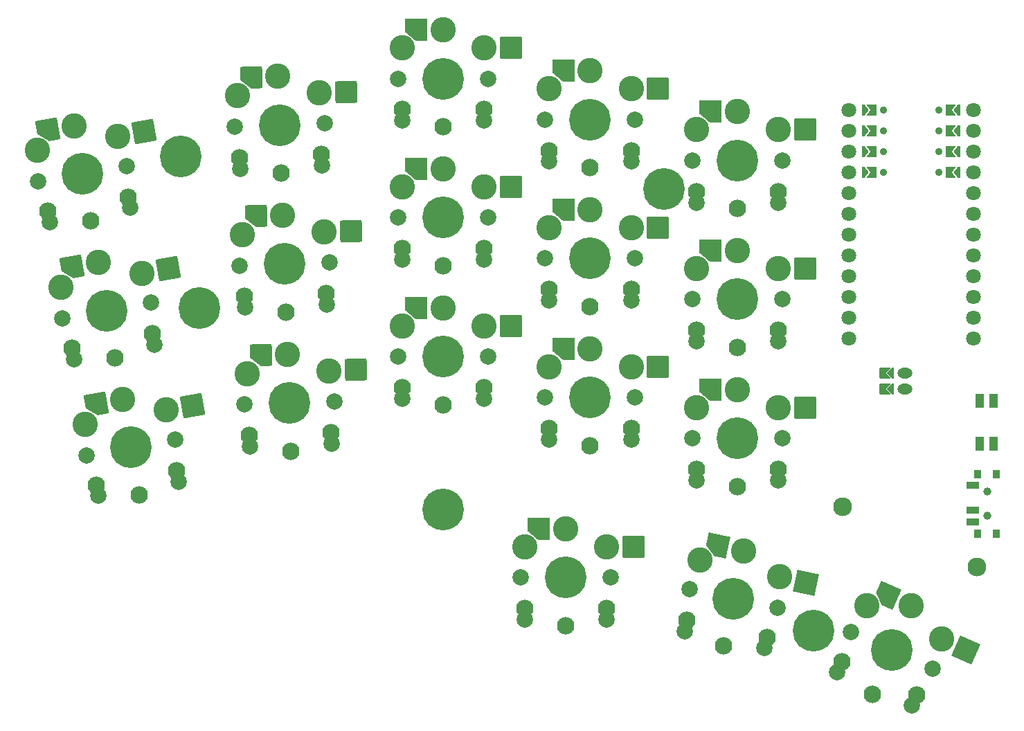
<source format=gbr>
%TF.GenerationSoftware,KiCad,Pcbnew,8.0.1*%
%TF.CreationDate,2024-04-29T16:42:10+03:00*%
%TF.ProjectId,ready_splayer_pcb,72656164-795f-4737-906c-617965725f70,v1.0.0*%
%TF.SameCoordinates,Original*%
%TF.FileFunction,Soldermask,Bot*%
%TF.FilePolarity,Negative*%
%FSLAX46Y46*%
G04 Gerber Fmt 4.6, Leading zero omitted, Abs format (unit mm)*
G04 Created by KiCad (PCBNEW 8.0.1) date 2024-04-29 16:42:10*
%MOMM*%
%LPD*%
G01*
G04 APERTURE LIST*
G04 Aperture macros list*
%AMRoundRect*
0 Rectangle with rounded corners*
0 $1 Rounding radius*
0 $2 $3 $4 $5 $6 $7 $8 $9 X,Y pos of 4 corners*
0 Add a 4 corners polygon primitive as box body*
4,1,4,$2,$3,$4,$5,$6,$7,$8,$9,$2,$3,0*
0 Add four circle primitives for the rounded corners*
1,1,$1+$1,$2,$3*
1,1,$1+$1,$4,$5*
1,1,$1+$1,$6,$7*
1,1,$1+$1,$8,$9*
0 Add four rect primitives between the rounded corners*
20,1,$1+$1,$2,$3,$4,$5,0*
20,1,$1+$1,$4,$5,$6,$7,0*
20,1,$1+$1,$6,$7,$8,$9,0*
20,1,$1+$1,$8,$9,$2,$3,0*%
%AMFreePoly0*
4,1,16,0.535355,0.660355,0.550000,0.625000,0.550000,-0.625000,0.535355,-0.660355,0.500000,-0.675000,-0.650000,-0.675000,-0.685355,-0.660355,-0.700000,-0.625000,-0.689043,-0.593765,-0.214031,0.000000,-0.689043,0.593765,-0.699694,0.630522,-0.681235,0.664043,-0.650000,0.675000,0.500000,0.675000,0.535355,0.660355,0.535355,0.660355,$1*%
%AMFreePoly1*
4,1,16,-0.214645,0.660355,-0.210957,0.656235,0.289043,0.031235,0.299694,-0.005522,0.289043,-0.031235,-0.210957,-0.656235,-0.244478,-0.674694,-0.250000,-0.675000,-0.500000,-0.675000,-0.535355,-0.660355,-0.550000,-0.625000,-0.550000,0.625000,-0.535355,0.660355,-0.500000,0.675000,-0.250000,0.675000,-0.214645,0.660355,-0.214645,0.660355,$1*%
%AMFreePoly2*
4,1,16,0.635355,0.285355,0.650000,0.250000,0.650000,-1.000000,0.635355,-1.035355,0.600000,-1.050000,0.564645,-1.035355,0.000000,-0.470710,-0.564645,-1.035355,-0.600000,-1.050000,-0.635355,-1.035355,-0.650000,-1.000000,-0.650000,0.250000,-0.635355,0.285355,-0.600000,0.300000,0.600000,0.300000,0.635355,0.285355,0.635355,0.285355,$1*%
%AMFreePoly3*
4,1,14,0.035355,0.435355,0.635355,-0.164645,0.650000,-0.200000,0.650000,-0.400000,0.635355,-0.435355,0.600000,-0.450000,-0.600000,-0.450000,-0.635355,-0.435355,-0.650000,-0.400000,-0.650000,-0.200000,-0.635355,-0.164645,-0.035355,0.435355,0.000000,0.450000,0.035355,0.435355,0.035355,0.435355,$1*%
%AMFreePoly4*
4,1,15,1.335355,1.335355,1.350000,1.300000,1.350000,-1.300000,1.335355,-1.335355,1.300000,-1.350000,-0.050000,-1.350000,-0.082160,-1.338285,-1.332160,-0.288285,-1.349812,-0.254331,-1.350000,-0.250000,-1.350000,1.300000,-1.335355,1.335355,-1.300000,1.350000,1.300000,1.350000,1.335355,1.335355,1.335355,1.335355,$1*%
G04 Aperture macros list end*
%ADD10C,5.100000*%
%ADD11RoundRect,0.050000X-0.400000X0.500000X-0.400000X-0.500000X0.400000X-0.500000X0.400000X0.500000X0*%
%ADD12C,1.000000*%
%ADD13RoundRect,0.050000X-0.750000X0.350000X-0.750000X-0.350000X0.750000X-0.350000X0.750000X0.350000X0*%
%ADD14RoundRect,0.050000X0.500000X-0.775000X0.500000X0.775000X-0.500000X0.775000X-0.500000X-0.775000X0*%
%ADD15FreePoly0,0.000000*%
%ADD16C,0.900000*%
%ADD17FreePoly1,180.000000*%
%ADD18C,1.800000*%
%ADD19FreePoly1,0.000000*%
%ADD20FreePoly0,180.000000*%
%ADD21C,2.300000*%
%ADD22FreePoly2,90.000000*%
%ADD23O,1.850000X1.300000*%
%ADD24FreePoly3,90.000000*%
%ADD25C,2.000000*%
%ADD26C,3.100000*%
%ADD27C,2.132000*%
%ADD28FreePoly4,0.000000*%
%ADD29RoundRect,0.050000X-1.300000X-1.300000X1.300000X-1.300000X1.300000X1.300000X-1.300000X1.300000X0*%
%ADD30FreePoly4,336.000000*%
%ADD31RoundRect,0.050000X-1.716367X-0.658851X0.658851X-1.716367X1.716367X0.658851X-0.658851X1.716367X0*%
%ADD32FreePoly4,2.000000*%
%ADD33RoundRect,0.050000X-1.253839X-1.344577X1.344577X-1.253839X1.253839X1.344577X-1.344577X1.253839X0*%
%ADD34FreePoly4,10.000000*%
%ADD35RoundRect,0.050000X-1.054507X-1.505993X1.505993X-1.054507X1.054507X1.505993X-1.505993X1.054507X0*%
%ADD36FreePoly4,348.000000*%
%ADD37RoundRect,0.050000X-1.541877X-1.001307X1.001307X-1.541877X1.541877X1.001307X-1.001307X1.541877X0*%
G04 APERTURE END LIST*
D10*
%TO.C,MH3*%
X98452044Y-68716895D03*
%TD*%
%TO.C,MH4*%
X157553454Y-72707559D03*
%TD*%
D11*
%TO.C,PWR1*%
X195968451Y-107557560D03*
X195968451Y-114857560D03*
D12*
X197078452Y-109707560D03*
X197078452Y-112707560D03*
D11*
X198178452Y-107557561D03*
X198178452Y-114857559D03*
D13*
X195318452Y-108957560D03*
X195318452Y-111957560D03*
X195318454Y-113457560D03*
%TD*%
D10*
%TO.C,MH5*%
X100724305Y-87304712D03*
%TD*%
D14*
%TO.C,RST1*%
X197903453Y-98582561D03*
X196203454Y-98582559D03*
X197903454Y-103832561D03*
X196203455Y-103832559D03*
%TD*%
D10*
%TO.C,MH7*%
X175821660Y-126700141D03*
%TD*%
D15*
%TO.C,MCU1*%
X183028454Y-63016561D03*
D16*
X191203454Y-63016562D03*
D17*
X193303454Y-63016563D03*
D18*
X195423454Y-63016562D03*
D15*
X183028454Y-65556562D03*
D16*
X191203454Y-65556562D03*
D17*
X193303454Y-65556563D03*
D18*
X195423454Y-65556562D03*
D15*
X183028454Y-68096561D03*
D16*
X191203454Y-68096564D03*
D17*
X193303454Y-68096562D03*
D18*
X195423454Y-68096562D03*
D15*
X183028455Y-70636563D03*
D16*
X191203454Y-70636562D03*
D17*
X193303454Y-70636561D03*
D18*
X195423454Y-70636562D03*
X195423452Y-73176562D03*
X195423454Y-75716562D03*
X195423453Y-78256562D03*
X195423454Y-80796562D03*
X195423454Y-83336562D03*
X195423454Y-85876562D03*
X195423453Y-88416561D03*
X195423454Y-90956562D03*
X180183452Y-90956562D03*
X180183454Y-88416562D03*
X180183454Y-85876562D03*
X180183454Y-83336562D03*
X180183454Y-80796562D03*
X180183456Y-78256562D03*
X180183454Y-75716562D03*
X180183455Y-73176562D03*
X180183454Y-70636562D03*
D19*
X182303454Y-70636562D03*
D18*
X180183454Y-68096562D03*
D19*
X182303454Y-68096562D03*
D18*
X180183454Y-65556562D03*
D19*
X182303454Y-65556562D03*
D18*
X180183455Y-63016563D03*
D19*
X182303454Y-63016563D03*
D16*
X184403454Y-70636562D03*
D20*
X192578454Y-70636562D03*
D16*
X184403454Y-68096562D03*
D20*
X192578454Y-68096562D03*
D16*
X184403454Y-65556563D03*
D20*
X192578454Y-65556562D03*
D16*
X184403454Y-63016562D03*
D20*
X192578454Y-63016561D03*
%TD*%
D10*
%TO.C,MH6*%
X130553452Y-111907559D03*
%TD*%
D21*
%TO.C,MH1*%
X195885936Y-118903190D03*
%TD*%
D22*
%TO.C,JST1*%
X184237455Y-97207557D03*
X184237455Y-95207557D03*
D23*
X187053455Y-95207557D03*
X187053455Y-97207557D03*
D24*
X185253455Y-95207558D03*
X185253454Y-97207556D03*
%TD*%
D21*
%TO.C,MH2*%
X179442118Y-111581927D03*
%TD*%
D25*
%TO.C,S10*%
X143053456Y-98207560D03*
D26*
X143553456Y-94457560D03*
D25*
X143553456Y-103357560D03*
D26*
X148553456Y-92257560D03*
D10*
X148553456Y-98207560D03*
D26*
X153553456Y-94457560D03*
D25*
X153553456Y-103357560D03*
X154053456Y-98207560D03*
D27*
X143553454Y-102007559D03*
D28*
X145278456Y-92257560D03*
D27*
X153553457Y-102007559D03*
X148553456Y-104107560D03*
D29*
X156828456Y-94457560D03*
%TD*%
D25*
%TO.C,S14*%
X161053454Y-86207561D03*
D26*
X161553454Y-82457561D03*
D25*
X161553454Y-91357561D03*
D26*
X166553454Y-80257561D03*
D10*
X166553454Y-86207561D03*
D26*
X171553454Y-82457561D03*
D25*
X171553454Y-91357561D03*
X172053454Y-86207561D03*
D27*
X161553452Y-90007560D03*
D28*
X163278454Y-80257561D03*
D27*
X171553455Y-90007560D03*
X166553454Y-92107561D03*
D29*
X174828454Y-82457561D03*
%TD*%
D25*
%TO.C,S18*%
X180396673Y-126893976D03*
D26*
X182378707Y-123671549D03*
D25*
X178758752Y-131802104D03*
D26*
X187841256Y-123695433D03*
D10*
X185421173Y-129131028D03*
D25*
X187894207Y-135869470D03*
D26*
X191514164Y-127738916D03*
D25*
X190445673Y-131368080D03*
D27*
X179307846Y-130568818D03*
D30*
X184849395Y-122363370D03*
D27*
X188443303Y-134636184D03*
X183021427Y-134520946D03*
D31*
X194506024Y-129070978D03*
%TD*%
D25*
%TO.C,S8*%
X125053455Y-76207560D03*
D26*
X125553455Y-72457560D03*
D25*
X125553455Y-81357560D03*
D26*
X130553455Y-70257560D03*
D10*
X130553455Y-76207560D03*
D26*
X135553455Y-72457560D03*
D25*
X135553455Y-81357560D03*
X136053455Y-76207560D03*
D27*
X125553453Y-80007559D03*
D28*
X127278455Y-70257560D03*
D27*
X135553456Y-80007559D03*
X130553455Y-82107560D03*
D29*
X138828455Y-72457560D03*
%TD*%
D25*
%TO.C,S5*%
X105649584Y-82069906D03*
X106329012Y-87199320D03*
D26*
X106018408Y-78304740D03*
D10*
X111146234Y-81877960D03*
D26*
X110938583Y-75931585D03*
X116012314Y-77955747D03*
D25*
X116322921Y-86850325D03*
X116642884Y-81686014D03*
D27*
X106281898Y-85850143D03*
D32*
X107665577Y-76045880D03*
D27*
X116275805Y-85501148D03*
X111352141Y-87774366D03*
D33*
X119285320Y-77841451D03*
%TD*%
D25*
%TO.C,S13*%
X161053454Y-103207560D03*
D26*
X161553454Y-99457560D03*
D25*
X161553454Y-108357560D03*
D26*
X166553454Y-97257560D03*
D10*
X166553454Y-103207560D03*
D26*
X171553454Y-99457560D03*
D25*
X171553454Y-108357560D03*
X172053454Y-103207560D03*
D27*
X161553452Y-107007559D03*
D28*
X163278454Y-97257560D03*
D27*
X171553455Y-107007559D03*
X166553454Y-109107560D03*
D29*
X174828454Y-99457560D03*
%TD*%
D25*
%TO.C,S6*%
X105056292Y-65080262D03*
X105735720Y-70209676D03*
D26*
X105425116Y-61315096D03*
D10*
X110552942Y-64888316D03*
D26*
X110345291Y-58941941D03*
X115419022Y-60966103D03*
D25*
X115729629Y-69860681D03*
X116049592Y-64696370D03*
D27*
X105688606Y-68860499D03*
D32*
X107072285Y-59056236D03*
D27*
X115682513Y-68511504D03*
X110758849Y-70784722D03*
D33*
X118692028Y-60851807D03*
%TD*%
D25*
%TO.C,S7*%
X125053454Y-93207561D03*
D26*
X125553454Y-89457561D03*
D25*
X125553454Y-98357561D03*
D26*
X130553454Y-87257561D03*
D10*
X130553454Y-93207561D03*
D26*
X135553454Y-89457561D03*
D25*
X135553454Y-98357561D03*
X136053454Y-93207561D03*
D27*
X125553452Y-97007560D03*
D28*
X127278454Y-87257561D03*
D27*
X135553455Y-97007560D03*
X130553454Y-99107561D03*
D29*
X138828454Y-89457561D03*
%TD*%
D25*
%TO.C,S1*%
X86974224Y-105265249D03*
X88360916Y-110250185D03*
D26*
X86815449Y-101485396D03*
X91357459Y-98450576D03*
D10*
X92390667Y-104310184D03*
D26*
X96663522Y-99748915D03*
D25*
X98208994Y-108513703D03*
X97807110Y-103355119D03*
D27*
X88126491Y-108920694D03*
D34*
X88132215Y-99019276D03*
D27*
X97974569Y-107184213D03*
X93415191Y-110120550D03*
D35*
X99888770Y-99180216D03*
%TD*%
D25*
%TO.C,S17*%
X160692261Y-121644076D03*
D26*
X161961004Y-118079978D03*
D25*
X160110591Y-126785492D03*
D26*
X167309147Y-116967612D03*
D10*
X166072073Y-122787590D03*
D26*
X171742480Y-120159095D03*
D25*
X169892066Y-128864609D03*
X171451885Y-123931104D03*
D27*
X160391271Y-125464991D03*
D36*
X164105714Y-116286701D03*
D27*
X170172747Y-127544108D03*
X164845394Y-128558661D03*
D37*
X174945913Y-120840006D03*
%TD*%
D25*
%TO.C,S2*%
X84022206Y-88523516D03*
X85408898Y-93508452D03*
D26*
X83863431Y-84743663D03*
X88405441Y-81708843D03*
D10*
X89438649Y-87568451D03*
D26*
X93711504Y-83007182D03*
D25*
X95256976Y-91771970D03*
X94855092Y-86613386D03*
D27*
X85174473Y-92178961D03*
D34*
X85180197Y-82277543D03*
D27*
X95022551Y-90442480D03*
X90463173Y-93378817D03*
D35*
X96936752Y-82438483D03*
%TD*%
D25*
%TO.C,S12*%
X143053452Y-64207558D03*
D26*
X143553452Y-60457558D03*
D25*
X143553452Y-69357558D03*
D26*
X148553452Y-58257558D03*
D10*
X148553452Y-64207558D03*
D26*
X153553452Y-60457558D03*
D25*
X153553452Y-69357558D03*
X154053452Y-64207558D03*
D27*
X143553450Y-68007557D03*
D28*
X145278452Y-58257558D03*
D27*
X153553453Y-68007557D03*
X148553452Y-70107558D03*
D29*
X156828452Y-60457558D03*
%TD*%
D25*
%TO.C,S4*%
X106242878Y-99059552D03*
X106922306Y-104188966D03*
D26*
X106611702Y-95294386D03*
D10*
X111739528Y-98867606D03*
D26*
X111531877Y-92921231D03*
X116605608Y-94945393D03*
D25*
X116916215Y-103839971D03*
X117236178Y-98675660D03*
D27*
X106875192Y-102839789D03*
D32*
X108258871Y-93035526D03*
D27*
X116869099Y-102490794D03*
X111945435Y-104764012D03*
D33*
X119878614Y-94831097D03*
%TD*%
D25*
%TO.C,S16*%
X140053451Y-120207560D03*
D26*
X140553451Y-116457560D03*
D25*
X140553451Y-125357560D03*
D26*
X145553451Y-114257560D03*
D10*
X145553451Y-120207560D03*
D26*
X150553451Y-116457560D03*
D25*
X150553451Y-125357560D03*
X151053451Y-120207560D03*
D27*
X140553449Y-124007559D03*
D28*
X142278451Y-114257560D03*
D27*
X150553452Y-124007559D03*
X145553451Y-126107560D03*
D29*
X153828451Y-116457560D03*
%TD*%
D25*
%TO.C,S9*%
X125053456Y-59207558D03*
D26*
X125553456Y-55457558D03*
D25*
X125553456Y-64357558D03*
D26*
X130553456Y-53257558D03*
D10*
X130553456Y-59207558D03*
D26*
X135553456Y-55457558D03*
D25*
X135553456Y-64357558D03*
X136053456Y-59207558D03*
D27*
X125553454Y-63007557D03*
D28*
X127278456Y-53257558D03*
D27*
X135553457Y-63007557D03*
X130553456Y-65107558D03*
D29*
X138828456Y-55457558D03*
%TD*%
D25*
%TO.C,S3*%
X81070185Y-71781787D03*
X82456877Y-76766723D03*
D26*
X80911410Y-68001934D03*
X85453420Y-64967114D03*
D10*
X86486628Y-70826722D03*
D26*
X90759483Y-66265453D03*
D25*
X92304955Y-75030241D03*
X91903071Y-69871657D03*
D27*
X82222452Y-75437232D03*
D34*
X82228176Y-65535814D03*
D27*
X92070530Y-73700751D03*
X87511152Y-76637088D03*
D35*
X93984731Y-65696754D03*
%TD*%
D25*
%TO.C,S15*%
X161053453Y-69207561D03*
D26*
X161553453Y-65457561D03*
D25*
X161553453Y-74357561D03*
D26*
X166553453Y-63257561D03*
D10*
X166553453Y-69207561D03*
D26*
X171553453Y-65457561D03*
D25*
X171553453Y-74357561D03*
X172053453Y-69207561D03*
D27*
X161553451Y-73007560D03*
D28*
X163278453Y-63257561D03*
D27*
X171553454Y-73007560D03*
X166553453Y-75107561D03*
D29*
X174828453Y-65457561D03*
%TD*%
D25*
%TO.C,S11*%
X143053455Y-81207562D03*
D26*
X143553455Y-77457562D03*
D25*
X143553455Y-86357562D03*
D26*
X148553455Y-75257562D03*
D10*
X148553455Y-81207562D03*
D26*
X153553455Y-77457562D03*
D25*
X153553455Y-86357562D03*
X154053455Y-81207562D03*
D27*
X143553453Y-85007561D03*
D28*
X145278455Y-75257562D03*
D27*
X153553456Y-85007561D03*
X148553455Y-87107562D03*
D29*
X156828455Y-77457562D03*
%TD*%
M02*

</source>
